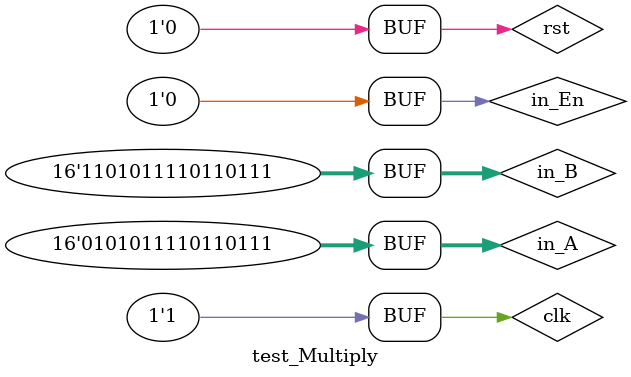
<source format=v>
`timescale 1ns / 1ps


module test_Multiply;


	//wire [10:0] fractionWire;//DEBUG

	// Inputs
	reg [15:0] in_A;
	reg [15:0] in_B;
	reg in_En;
	reg clk;
	reg rst;

	// Outputs
	wire [15:0] out_Out;
	wire out_Ready;

	// Instantiate the Unit Under Test (UUT)
	mod_Multiply uut (
		.in_A(in_A), 
		.in_B(in_B), 
		.in_En(in_En), 
		.out_Out(out_Out), 
		.out_Ready(out_Ready), 
		.clk(clk), 
		.rst(rst)
		//.fractionWire(fractionWire)//DEBUG
	);

	initial begin
		in_A = 0;
		in_B = 0;
		in_En = 0;
		clk = 0;
		
		#100
		rst = 1;
		#100;
      rst = 0;
		#100;
		
		in_A = 16'b0101011110110111;//123.456
		//in_B = 16'b0011011100011100;
      in_B = 16'b1101011110110111;//123.456
		in_En = 1;
		#100;
		clk = 1;
		#100;
		clk = 0;
		in_En = 0;
		#100;
		clk = 1;
		#100;
		clk = 0;
		#100;
		clk = 1;
		#100;
		clk = 0;		
		#100;
		clk = 1;
		#100;
		clk = 0;
		in_En = 1;
		#100;
		clk = 1;
		#100;
		clk = 0;
		in_En = 0;
		#100;
		clk = 0;
		#100;
		clk = 1;
		#100;
		clk = 0;
		#100;
		clk = 1;			
	end
      
endmodule


</source>
